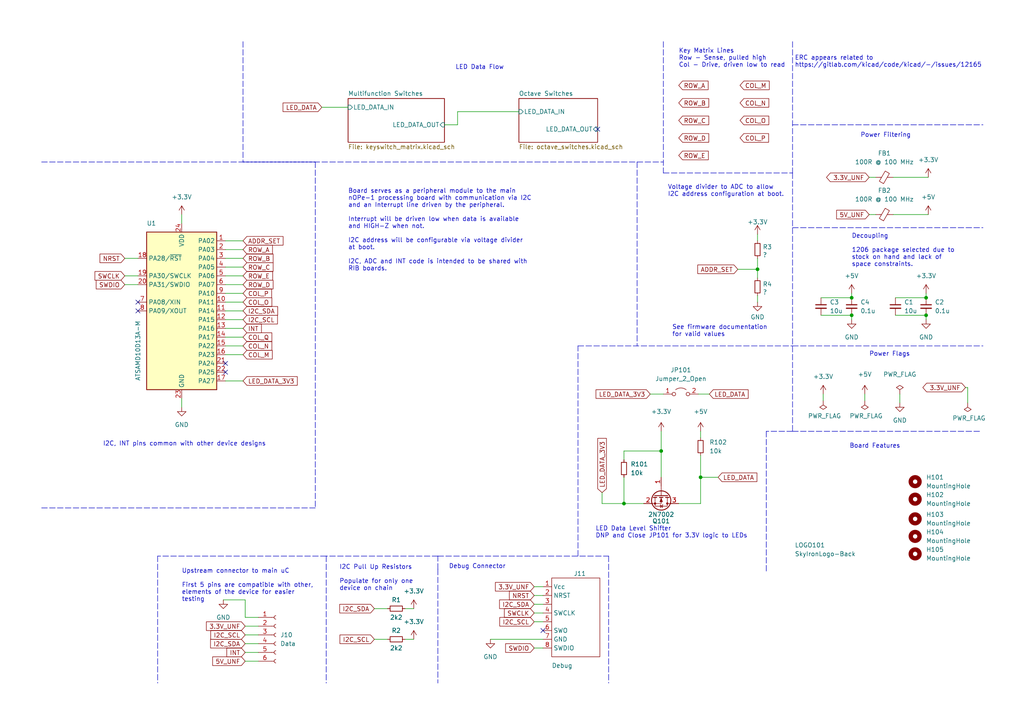
<source format=kicad_sch>
(kicad_sch (version 20211123) (generator eeschema)
  (paper "A4")
  (lib_symbols
    (symbol "BVH_Logos:SkyIronLogo-Back"
      (property "Reference" "#LOGO" (at 0 -2.54 0))
      (property "Value" "SkyIronLogo-Back" (at 0 0 0))
    )
    (symbol "BVH_MCU_Microchip-SAMD:ATSAMD10D13A-M"
      (property "Reference" "U" (at -10.16 24.13 0))
      (property "Value" "ATSAMD10D13A-M" (at 1.27 24.13 0))
      (symbol "ATSAMD10D13A-M_0_1"
        (rectangle (start -10.16 22.86) (end 10.16 -22.86) (stroke (width 0.254)) (fill (type background)))
      )
      (symbol "ATSAMD10D13A-M_1_1"
        (pin bidirectional line (at 12.7 20.32 180) (length 2.54) (name "PA02") (number "1"))
        (pin bidirectional line (at 12.7 2.54 180) (length 2.54) (name "PA11") (number "10"))
        (pin bidirectional line (at 12.7 0 180) (length 2.54) (name "PA14") (number "11"))
        (pin bidirectional line (at 12.7 -2.54 180) (length 2.54) (name "PA15") (number "12"))
        (pin bidirectional line (at 12.7 -5.08 180) (length 2.54) (name "PA16") (number "13"))
        (pin bidirectional line (at 12.7 -7.62 180) (length 2.54) (name "PA17") (number "14"))
        (pin bidirectional line (at 12.7 -10.16 180) (length 2.54) (name "PA22") (number "15"))
        (pin bidirectional line (at 12.7 -12.7 180) (length 2.54) (name "PA23") (number "16"))
        (pin bidirectional line (at 12.7 -20.32 180) (length 2.54) (name "PA27") (number "17"))
        (pin bidirectional line (at -12.7 15.24 0) (length 2.54) (name "PA28/~{RST}") (number "18"))
        (pin bidirectional line (at -12.7 10.16 0) (length 2.54) (name "PA30/SWCLK") (number "19"))
        (pin bidirectional line (at 12.7 17.78 180) (length 2.54) (name "PA03") (number "2"))
        (pin bidirectional line (at -12.7 7.62 0) (length 2.54) (name "PA31/SWDIO") (number "20"))
        (pin bidirectional line (at 12.7 -15.24 180) (length 2.54) (name "PA24") (number "21"))
        (pin bidirectional line (at 12.7 -17.78 180) (length 2.54) (name "PA25") (number "22"))
        (pin power_in line (at 0 -25.4 90) (length 2.54) (name "GND") (number "23"))
        (pin power_in line (at 0 25.4 270) (length 2.54) (name "VDD") (number "24"))
        (pin power_in line (at 0 -25.4 90) (length 2.54) hide (name "GND") (number "25"))
        (pin bidirectional line (at 12.7 15.24 180) (length 2.54) (name "PA04") (number "3"))
        (pin bidirectional line (at 12.7 12.7 180) (length 2.54) (name "PA05") (number "4"))
        (pin bidirectional line (at 12.7 10.16 180) (length 2.54) (name "PA06") (number "5"))
        (pin bidirectional line (at 12.7 7.62 180) (length 2.54) (name "PA07") (number "6"))
        (pin bidirectional line (at -12.7 2.54 0) (length 2.54) (name "PA08/XIN") (number "7"))
        (pin bidirectional line (at -12.7 0 0) (length 2.54) (name "PA09/XOUT") (number "8"))
        (pin bidirectional line (at 12.7 5.08 180) (length 2.54) (name "PA10") (number "9"))
      )
    )
    (symbol "BVH_SOICbite:SOICbite-SWD"
      (property "Reference" "J" (at 0 -15.24 0))
      (property "Value" "SOICbite-SWD" (at 0 11.43 0))
      (symbol "SOICbite-SWD_0_1"
        (rectangle (start -6.35 10.16) (end 7.62 -12.7))
      )
      (symbol "SOICbite-SWD_1_1"
        (pin power_in line (at -8.89 7.62 0) (length 2.54) (name "Vcc") (number "1"))
        (pin output line (at -8.89 5.08 0) (length 2.54) (name "NRST") (number "2"))
        (pin output line (at -8.89 2.54 0) (length 2.54) (name "") (number "3"))
        (pin output line (at -8.89 0 0) (length 2.54) (name "SWCLK") (number "4"))
        (pin output line (at -8.89 -2.54 0) (length 2.54) (name "") (number "5"))
        (pin input line (at -8.89 -5.08 0) (length 2.54) (name "SWO") (number "6"))
        (pin power_in line (at -8.89 -7.62 0) (length 2.54) (name "GND") (number "7"))
        (pin bidirectional line (at -8.89 -10.16 0) (length 2.54) (name "SWDIO") (number "8"))
      )
    )
    (symbol "Connector:Conn_01x06_Female" (pin_names (offset 1.016) hide)
      (property "Reference" "J" (at 0 7.62 0))
      (property "Value" "Conn_01x06_Female" (at 0 -10.16 0))
      (symbol "Conn_01x06_Female_1_1"
        (arc (start 0 -7.112) (mid -0.508 -7.62) (end 0 -8.128) (stroke (width 0.1524)))
        (arc (start 0 -4.572) (mid -0.508 -5.08) (end 0 -5.588) (stroke (width 0.1524)))
        (arc (start 0 -2.032) (mid -0.508 -2.54) (end 0 -3.048) (stroke (width 0.1524)))
        (polyline (pts (xy -1.27 -7.62) (xy -0.508 -7.62)) (stroke (width 0.1524)))
        (polyline (pts (xy -1.27 -5.08) (xy -0.508 -5.08)) (stroke (width 0.1524)))
        (polyline (pts (xy -1.27 -2.54) (xy -0.508 -2.54)) (stroke (width 0.1524)))
        (polyline (pts (xy -1.27 0) (xy -0.508 0)) (stroke (width 0.1524)))
        (polyline (pts (xy -1.27 2.54) (xy -0.508 2.54)) (stroke (width 0.1524)))
        (polyline (pts (xy -1.27 5.08) (xy -0.508 5.08)) (stroke (width 0.1524)))
        (arc (start 0 0.508) (mid -0.508 0) (end 0 -0.508) (stroke (width 0.1524)))
        (arc (start 0 3.048) (mid -0.508 2.54) (end 0 2.032) (stroke (width 0.1524)))
        (arc (start 0 5.588) (mid -0.508 5.08) (end 0 4.572) (stroke (width 0.1524)))
        (pin passive line (at -5.08 5.08 0) (length 3.81) (name "Pin_1") (number "1"))
        (pin passive line (at -5.08 2.54 0) (length 3.81) (name "Pin_2") (number "2"))
        (pin passive line (at -5.08 0 0) (length 3.81) (name "Pin_3") (number "3"))
        (pin passive line (at -5.08 -2.54 0) (length 3.81) (name "Pin_4") (number "4"))
        (pin passive line (at -5.08 -5.08 0) (length 3.81) (name "Pin_5") (number "5"))
        (pin passive line (at -5.08 -7.62 0) (length 3.81) (name "Pin_6") (number "6"))
      )
    )
    (symbol "Device:C_Small" (pin_numbers hide) (pin_names (offset 0.254) hide)
      (property "Reference" "C" (at 0.254 1.778 0))
      (property "Value" "C_Small" (at 0.254 -2.032 0))
      (symbol "C_Small_0_1"
        (polyline (pts (xy -1.524 -0.508) (xy 1.524 -0.508)) (stroke (width 0.3302)))
        (polyline (pts (xy -1.524 0.508) (xy 1.524 0.508)) (stroke (width 0.3048)))
      )
      (symbol "C_Small_1_1"
        (pin passive line (at 0 2.54 270) (length 2.032) (name "~") (number "1"))
        (pin passive line (at 0 -2.54 90) (length 2.032) (name "~") (number "2"))
      )
    )
    (symbol "Device:FerriteBead_Small" (pin_numbers hide) (pin_names (offset 0))
      (property "Reference" "FB" (at 1.905 1.27 0))
      (property "Value" "FerriteBead_Small" (at 1.905 -1.27 0))
      (symbol "FerriteBead_Small_0_1"
        (polyline (pts (xy 0 -1.27) (xy 0 -0.7874)))
        (polyline (pts (xy 0 0.889) (xy 0 1.2954)))
        (polyline (pts (xy -1.8288 0.2794) (xy -1.1176 1.4986) (xy 1.8288 -0.2032) (xy 1.1176 -1.4224) (xy -1.8288 0.2794)))
      )
      (symbol "FerriteBead_Small_1_1"
        (pin passive line (at 0 2.54 270) (length 1.27) (name "~") (number "1"))
        (pin passive line (at 0 -2.54 90) (length 1.27) (name "~") (number "2"))
      )
    )
    (symbol "Device:R_Small" (pin_numbers hide) (pin_names (offset 0.254) hide)
      (property "Reference" "R" (at 0.762 0.508 0))
      (property "Value" "R_Small" (at 0.762 -1.016 0))
      (symbol "R_Small_0_1"
        (rectangle (start -0.762 1.778) (end 0.762 -1.778) (stroke (width 0.2032)))
      )
      (symbol "R_Small_1_1"
        (pin passive line (at 0 2.54 270) (length 0.762) (name "~") (number "1"))
        (pin passive line (at 0 -2.54 90) (length 0.762) (name "~") (number "2"))
      )
    )
    (symbol "Jumper:Jumper_2_Open" (pin_names (offset 0) hide)
      (property "Reference" "JP" (at 0 2.794 0))
      (property "Value" "Jumper_2_Open" (at 0 -2.286 0))
      (symbol "Jumper_2_Open_0_0"
        (circle (center -2.032 0) (radius 0.508))
        (circle (center 2.032 0) (radius 0.508))
      )
      (symbol "Jumper_2_Open_0_1"
        (arc (start 1.524 1.27) (mid 0 1.778) (end -1.524 1.27))
      )
      (symbol "Jumper_2_Open_1_1"
        (pin passive line (at -5.08 0 0) (length 2.54) (name "A") (number "1"))
        (pin passive line (at 5.08 0 180) (length 2.54) (name "B") (number "2"))
      )
    )
    (symbol "Mechanical:MountingHole" (pin_names (offset 1.016))
      (property "Reference" "H" (at 0 5.08 0))
      (property "Value" "MountingHole" (at 0 3.175 0))
      (symbol "MountingHole_0_1"
        (circle (center 0 0) (radius 1.27) (stroke (width 1.27)))
      )
    )
    (symbol "Transistor_FET:2N7002" (pin_names hide)
      (property "Reference" "Q" (at 5.08 1.905 0))
      (property "Value" "2N7002" (at 5.08 0 0))
      (symbol "2N7002_0_1"
        (polyline (pts (xy 0.254 0) (xy -2.54 0)))
        (polyline (pts (xy 0.254 1.905) (xy 0.254 -1.905)) (stroke (width 0.254)))
        (polyline (pts (xy 0.762 -1.27) (xy 0.762 -2.286)) (stroke (width 0.254)))
        (polyline (pts (xy 0.762 0.508) (xy 0.762 -0.508)) (stroke (width 0.254)))
        (polyline (pts (xy 0.762 2.286) (xy 0.762 1.27)) (stroke (width 0.254)))
        (polyline (pts (xy 2.54 2.54) (xy 2.54 1.778)))
        (polyline (pts (xy 2.54 -2.54) (xy 2.54 0) (xy 0.762 0)))
        (polyline (pts (xy 0.762 -1.778) (xy 3.302 -1.778) (xy 3.302 1.778) (xy 0.762 1.778)))
        (polyline (pts (xy 1.016 0) (xy 2.032 0.381) (xy 2.032 -0.381) (xy 1.016 0)) (fill (type outline)))
        (polyline (pts (xy 2.794 0.508) (xy 2.921 0.381) (xy 3.683 0.381) (xy 3.81 0.254)))
        (polyline (pts (xy 3.302 0.381) (xy 2.921 -0.254) (xy 3.683 -0.254) (xy 3.302 0.381)))
        (circle (center 1.651 0) (radius 2.794) (stroke (width 0.254)))
        (circle (center 2.54 -1.778) (radius 0.254) (fill (type outline)))
        (circle (center 2.54 1.778) (radius 0.254) (fill (type outline)))
      )
      (symbol "2N7002_1_1"
        (pin input line (at -5.08 0 0) (length 2.54) (name "G") (number "1"))
        (pin passive line (at 2.54 -5.08 90) (length 2.54) (name "S") (number "2"))
        (pin passive line (at 2.54 5.08 270) (length 2.54) (name "D") (number "3"))
      )
    )
    (symbol "power:+3.3V" (power) (pin_names (offset 0))
      (property "Value" "+3.3V" (at 0 3.556 0))
      (symbol "+3.3V_0_1"
        (polyline (pts (xy -0.762 1.27) (xy 0 2.54)))
        (polyline (pts (xy 0 0) (xy 0 2.54)))
        (polyline (pts (xy 0 2.54) (xy 0.762 1.27)))
      )
      (symbol "+3.3V_1_1"
        (pin power_in line (at 0 0 90) (length 0) hide (name "+3.3V") (number "1"))
      )
    )
    (symbol "power:+5V" (power) (pin_names (offset 0))
      (property "Value" "+5V" (at 0 3.556 0))
      (symbol "+5V_0_1"
        (polyline (pts (xy -0.762 1.27) (xy 0 2.54)))
        (polyline (pts (xy 0 0) (xy 0 2.54)))
        (polyline (pts (xy 0 2.54) (xy 0.762 1.27)))
      )
      (symbol "+5V_1_1"
        (pin power_in line (at 0 0 90) (length 0) hide (name "+5V") (number "1"))
      )
    )
    (symbol "power:GND" (power) (pin_names (offset 0))
      (property "Value" "GND" (at 0 -3.81 0))
      (symbol "GND_0_1"
        (polyline (pts (xy 0 0) (xy 0 -1.27) (xy 1.27 -1.27) (xy 0 -2.54) (xy -1.27 -1.27) (xy 0 -1.27)))
      )
      (symbol "GND_1_1"
        (pin power_in line (at 0 0 270) (length 0) hide (name "GND") (number "1"))
      )
    )
    (symbol "power:PWR_FLAG" (power) (pin_numbers hide) (pin_names (offset 0) hide)
      (property "Value" "PWR_FLAG" (at 0 3.81 0))
      (symbol "PWR_FLAG_0_0"
        (pin power_out line (at 0 0 90) (length 0) (name "pwr") (number "1"))
      )
      (symbol "PWR_FLAG_0_1"
        (polyline (pts (xy 0 0) (xy 0 1.27) (xy -1.016 1.905) (xy 0 2.54) (xy 1.016 1.905) (xy 0 1.27)))
      )
    )
  )
  (junction (at 268.605 91.44))
  (junction (at 191.77 130.81))
  (junction (at 247.015 91.44))
  (junction (at 268.605 86.36))
  (junction (at 219.71 78.105))
  (junction (at 247.015 86.36))
  (junction (at 203.2 138.43))
  (junction (at 180.975 146.05))
  (no_connect (at 65.405 107.95))
  (no_connect (at 65.405 105.41))
  (no_connect (at 40.005 90.17))
  (no_connect (at 173.355 37.465))
  (no_connect (at 157.48 182.88))
  (no_connect (at 40.005 87.63))
  (wire (pts (xy 154.94 187.96) (xy 157.48 187.96)))
  (polyline (pts (xy 45.72 161.29) (xy 45.72 198.12)))
  (wire (pts (xy 203.2 125.095) (xy 203.2 127)))
  (wire (pts (xy 36.195 74.93) (xy 40.005 74.93)))
  (wire (pts (xy 252.095 51.435) (xy 254 51.435)))
  (wire (pts (xy 108.585 176.53) (xy 112.395 176.53)))
  (polyline (pts (xy 91.44 46.99) (xy 91.44 147.32)))
  (wire (pts (xy 65.405 74.93) (xy 70.485 74.93)))
  (polyline (pts (xy 176.53 161.29) (xy 176.53 198.12)))
  (wire (pts (xy 71.12 189.23) (xy 74.93 189.23)))
  (wire (pts (xy 219.71 78.105) (xy 219.71 80.645)))
  (wire (pts (xy 36.195 82.55) (xy 40.005 82.55)))
  (polyline (pts (xy 94.615 161.29) (xy 94.615 198.12)))
  (wire (pts (xy 52.705 115.57) (xy 52.705 118.11)))
  (wire (pts (xy 154.94 175.26) (xy 157.48 175.26)))
  (wire (pts (xy 219.71 78.105) (xy 219.71 74.93)))
  (wire (pts (xy 250.825 114.3) (xy 250.825 116.205)))
  (polyline (pts (xy 229.87 125.095) (xy 222.25 125.095)))
  (wire (pts (xy 65.405 80.01) (xy 70.485 80.01)))
  (wire (pts (xy 65.405 110.49) (xy 70.485 110.49)))
  (wire (pts (xy 259.715 91.44) (xy 268.605 91.44)))
  (wire (pts (xy 238.125 86.36) (xy 247.015 86.36)))
  (wire (pts (xy 260.985 114.3) (xy 260.985 116.84)))
  (wire (pts (xy 36.195 80.01) (xy 40.005 80.01)))
  (wire (pts (xy 259.08 51.435) (xy 269.24 51.435)))
  (polyline (pts (xy 70.485 12.065) (xy 70.485 46.99)))
  (wire (pts (xy 117.475 185.42) (xy 120.015 185.42)))
  (wire (pts (xy 65.405 85.09) (xy 70.485 85.09)))
  (wire (pts (xy 202.565 114.3) (xy 205.74 114.3)))
  (wire (pts (xy 65.405 102.87) (xy 70.485 102.87)))
  (polyline (pts (xy 184.785 46.99) (xy 184.785 100.33)))
  (wire (pts (xy 65.405 69.85) (xy 70.485 69.85)))
  (wire (pts (xy 154.94 170.18) (xy 157.48 170.18)))
  (wire (pts (xy 174.625 146.05) (xy 174.625 142.875)))
  (wire (pts (xy 196.85 146.05) (xy 203.2 146.05)))
  (wire (pts (xy 259.08 62.23) (xy 269.24 62.23)))
  (polyline (pts (xy 167.64 161.29) (xy 167.64 100.33)))
  (wire (pts (xy 219.71 67.945) (xy 219.71 69.85)))
  (wire (pts (xy 213.995 78.105) (xy 219.71 78.105)))
  (wire (pts (xy 252.095 62.23) (xy 254 62.23)))
  (wire (pts (xy 203.2 146.05) (xy 203.2 138.43)))
  (wire (pts (xy 117.475 176.53) (xy 120.015 176.53)))
  (wire (pts (xy 71.12 173.99) (xy 71.12 179.07)))
  (wire (pts (xy 65.405 77.47) (xy 70.485 77.47)))
  (polyline (pts (xy 229.87 100.33) (xy 285.115 100.33)))
  (polyline (pts (xy 12.065 46.99) (xy 91.44 46.99)))
  (wire (pts (xy 180.975 133.35) (xy 180.975 130.81)))
  (wire (pts (xy 191.77 130.81) (xy 191.77 138.43)))
  (polyline (pts (xy 127 161.29) (xy 94.615 161.29)))
  (wire (pts (xy 65.405 72.39) (xy 70.485 72.39)))
  (polyline (pts (xy 192.405 50.165) (xy 229.87 50.165)))
  (polyline (pts (xy 12.065 147.32) (xy 91.44 147.32)))
  (wire (pts (xy 154.94 180.34) (xy 157.48 180.34)))
  (wire (pts (xy 65.405 87.63) (xy 70.485 87.63)))
  (polyline (pts (xy 167.64 100.33) (xy 229.87 100.33)))
  (wire (pts (xy 52.705 62.23) (xy 52.705 64.77)))
  (wire (pts (xy 128.905 36.195) (xy 132.715 36.195)))
  (wire (pts (xy 64.77 173.99) (xy 71.12 173.99)))
  (wire (pts (xy 65.405 90.17) (xy 70.485 90.17)))
  (wire (pts (xy 259.715 86.36) (xy 268.605 86.36)))
  (wire (pts (xy 65.405 92.71) (xy 70.485 92.71)))
  (wire (pts (xy 132.715 32.385) (xy 150.495 32.385)))
  (wire (pts (xy 247.015 85.09) (xy 247.015 86.36)))
  (polyline (pts (xy 229.87 12.065) (xy 229.87 50.165)))
  (wire (pts (xy 247.015 91.44) (xy 247.015 92.71)))
  (polyline (pts (xy 222.25 125.095) (xy 222.25 165.735)))
  (polyline (pts (xy 229.87 66.04) (xy 285.115 66.04)))
  (wire (pts (xy 238.76 114.3) (xy 238.76 116.205)))
  (wire (pts (xy 65.405 82.55) (xy 70.485 82.55)))
  (wire (pts (xy 219.71 85.725) (xy 219.71 87.63)))
  (wire (pts (xy 180.975 130.81) (xy 191.77 130.81)))
  (wire (pts (xy 142.24 185.42) (xy 157.48 185.42)))
  (polyline (pts (xy 229.87 36.195) (xy 285.115 36.195)))
  (wire (pts (xy 180.975 138.43) (xy 180.975 146.05)))
  (wire (pts (xy 268.605 91.44) (xy 268.605 92.71)))
  (wire (pts (xy 191.77 130.81) (xy 191.77 125.095)))
  (wire (pts (xy 180.975 146.05) (xy 174.625 146.05)))
  (polyline (pts (xy 229.87 125.095) (xy 284.48 125.095)))
  (polyline (pts (xy 94.615 161.29) (xy 45.72 161.29)))
  (polyline (pts (xy 127 161.29) (xy 176.53 161.29)))
  (polyline (pts (xy 70.485 46.99) (xy 192.405 46.99)))
  (wire (pts (xy 71.12 191.77) (xy 74.93 191.77)))
  (wire (pts (xy 280.67 116.84) (xy 280.67 112.395)))
  (wire (pts (xy 65.405 97.79) (xy 70.485 97.79)))
  (wire (pts (xy 268.605 85.09) (xy 268.605 86.36)))
  (polyline (pts (xy 192.405 12.065) (xy 192.405 50.165)))
  (wire (pts (xy 132.715 36.195) (xy 132.715 32.385)))
  (wire (pts (xy 71.12 179.07) (xy 74.93 179.07)))
  (wire (pts (xy 71.12 186.69) (xy 74.93 186.69)))
  (wire (pts (xy 280.67 112.395) (xy 280.035 112.395)))
  (wire (pts (xy 203.2 138.43) (xy 208.28 138.43)))
  (wire (pts (xy 71.12 181.61) (xy 74.93 181.61)))
  (wire (pts (xy 65.405 95.25) (xy 70.485 95.25)))
  (wire (pts (xy 203.2 138.43) (xy 203.2 132.08)))
  (wire (pts (xy 238.125 91.44) (xy 247.015 91.44)))
  (wire (pts (xy 154.94 177.8) (xy 157.48 177.8)))
  (wire (pts (xy 93.345 31.115) (xy 100.965 31.115)))
  (polyline (pts (xy 127 165.1) (xy 127 161.29)))
  (polyline (pts (xy 127 165.1) (xy 127 198.12)))
  (wire (pts (xy 65.405 100.33) (xy 70.485 100.33)))
  (wire (pts (xy 154.94 172.72) (xy 157.48 172.72)))
  (wire (pts (xy 71.12 184.15) (xy 74.93 184.15)))
  (polyline (pts (xy 229.87 50.165) (xy 229.87 125.095)))
  (wire (pts (xy 180.975 146.05) (xy 186.69 146.05)))
  (wire (pts (xy 188.595 114.3) (xy 192.405 114.3)))
  (wire (pts (xy 108.585 185.42) (xy 112.395 185.42)))
  (text "I2C, INT pins common with other device designs" (at 29.845 129.54 0) (effects (font (size 1.27 1.27)) (justify left bottom)))
  (text "LED Data Flow" (at 132.08 20.32 0) (effects (font (size 1.27 1.27)) (justify left bottom)))
  (text "Upstream connector to main uC\n\nFirst 5 pins are compatible with other,\nelements of the device for easier\ntesting" (at 52.705 174.625 0) (effects (font (size 1.27 1.27)) (justify left bottom)))
  (text "Power Flags" (at 252.095 103.505 0) (effects (font (size 1.27 1.27)) (justify left bottom)))
  (text "Voltage divider to ADC to allow\nI2C address configuration at boot." (at 193.675 57.15 0) (effects (font (size 1.27 1.27)) (justify left bottom)))
  (text "LED Data Level Shifter\nDNP and Close JP101 for 3.3V logic to LEDs" (at 172.72 156.21 0) (effects (font (size 1.27 1.27)) (justify left bottom)))
  (text "I2C Pull Up Resistors\n\nPopulate for only one \ndevice on chain" (at 98.425 171.45 0) (effects (font (size 1.27 1.27)) (justify left bottom)))
  (text "Board Features" (at 246.38 130.175 0) (effects (font (size 1.27 1.27)) (justify left bottom)))
  (text "Key Matrix Lines\nRow - Sense, pulled high\nCol - Drive, driven low to read" (at 196.85 19.685 0) (effects (font (size 1.27 1.27)) (justify left bottom)))
  (text "See firmware documentation \nfor valid values" (at 194.945 97.79 0) (effects (font (size 1.27 1.27)) (justify left bottom)))
  (text "Debug Connector" (at 130.175 165.1 0) (effects (font (size 1.27 1.27)) (justify left bottom)))
  (text "Board serves as a peripheral module to the main\nnOPe-1 processing board with communication via I2C\nand an Interrupt line driven by the peripheral.\n\nInterrupt will be driven low when data is available\nand HIGH-Z when not.\n\nI2C address will be configurable via voltage divider\nat boot.\n\nI2C, ADC and INT code is intended to be shared with\nRIB boards." (at 100.965 78.74 0) (effects (font (size 1.27 1.27)) (justify left bottom)))
  (text "ERC appears related to \nhttps://gitlab.com/kicad/code/kicad/-/issues/12165" (at 230.505 19.685 0) (effects (font (size 1.27 1.27)) (justify left bottom)))
  (text "Decoupling\n\n1206 package selected due to\nstock on hand and lack of\nspace constraints." (at 247.015 77.47 0) (effects (font (size 1.27 1.27)) (justify left bottom)))
  (text "Power Filtering" (at 249.555 40.005 0) (effects (font (size 1.27 1.27)) (justify left bottom)))
  (global_label "ROW_A" (shape input) (at 196.85 24.765 0) (property "Intersheet References" "${INTERSHEET_REFS}" (effects hide)))
  (global_label "ADDR_SET" (shape input) (at 70.485 69.85 0) (property "Intersheet References" "${INTERSHEET_REFS}" (effects hide)))
  (global_label "5V_UNF" (shape input) (at 252.095 62.23 180) (property "Intersheet References" "${INTERSHEET_REFS}" (effects hide)))
  (global_label "COL_M" (shape input) (at 214.63 24.765 0) (property "Intersheet References" "${INTERSHEET_REFS}" (effects hide)))
  (global_label "NRST" (shape input) (at 154.94 172.72 180) (property "Intersheet References" "${INTERSHEET_REFS}" (effects hide)))
  (global_label "LED_DATA" (shape input) (at 205.74 114.3 0) (property "Intersheet References" "${INTERSHEET_REFS}" (effects hide)))
  (global_label "LED_DATA_3V3" (shape input) (at 174.625 142.875 90) (property "Intersheet References" "${INTERSHEET_REFS}" (effects hide)))
  (global_label "3.3V_UNF" (shape input) (at 71.12 181.61 180) (property "Intersheet References" "${INTERSHEET_REFS}" (effects hide)))
  (global_label "COL_M" (shape input) (at 70.485 102.87 0) (property "Intersheet References" "${INTERSHEET_REFS}" (effects hide)))
  (global_label "COL_O" (shape input) (at 214.63 34.925 0) (property "Intersheet References" "${INTERSHEET_REFS}" (effects hide)))
  (global_label "SWDIO" (shape input) (at 154.94 187.96 180) (property "Intersheet References" "${INTERSHEET_REFS}" (effects hide)))
  (global_label "ROW_E" (shape input) (at 196.85 45.085 0) (property "Intersheet References" "${INTERSHEET_REFS}" (effects hide)))
  (global_label "I2C_SCL" (shape input) (at 108.585 185.42 180) (property "Intersheet References" "${INTERSHEET_REFS}" (effects hide)))
  (global_label "ROW_C" (shape input) (at 196.85 34.925 0) (property "Intersheet References" "${INTERSHEET_REFS}" (effects hide)))
  (global_label "3.3V_UNF" (shape input) (at 154.94 170.18 180) (property "Intersheet References" "${INTERSHEET_REFS}" (effects hide)))
  (global_label "ROW_D" (shape input) (at 196.85 40.005 0) (property "Intersheet References" "${INTERSHEET_REFS}" (effects hide)))
  (global_label "COL_P" (shape input) (at 214.63 40.005 0) (property "Intersheet References" "${INTERSHEET_REFS}" (effects hide)))
  (global_label "ROW_B" (shape input) (at 70.485 74.93 0) (property "Intersheet References" "${INTERSHEET_REFS}" (effects hide)))
  (global_label "COL_N" (shape input) (at 214.63 29.845 0) (property "Intersheet References" "${INTERSHEET_REFS}" (effects hide)))
  (global_label "I2C_SDA" (shape input) (at 154.94 175.26 180) (property "Intersheet References" "${INTERSHEET_REFS}" (effects hide)))
  (global_label "I2C_SCL" (shape input) (at 71.12 184.15 180) (property "Intersheet References" "${INTERSHEET_REFS}" (effects hide)))
  (global_label "COL_Q" (shape input) (at 70.485 97.79 0) (property "Intersheet References" "${INTERSHEET_REFS}" (effects hide)))
  (global_label "LED_DATA_3V3" (shape input) (at 188.595 114.3 180) (property "Intersheet References" "${INTERSHEET_REFS}" (effects hide)))
  (global_label "ROW_B" (shape input) (at 196.85 29.845 0) (property "Intersheet References" "${INTERSHEET_REFS}" (effects hide)))
  (global_label "I2C_SCL" (shape input) (at 154.94 180.34 180) (property "Intersheet References" "${INTERSHEET_REFS}" (effects hide)))
  (global_label "LED_DATA" (shape input) (at 208.28 138.43 0) (property "Intersheet References" "${INTERSHEET_REFS}" (effects hide)))
  (global_label "LED_DATA" (shape input) (at 93.345 31.115 180) (property "Intersheet References" "${INTERSHEET_REFS}" (effects hide)))
  (global_label "SWCLK" (shape input) (at 154.94 177.8 180) (property "Intersheet References" "${INTERSHEET_REFS}" (effects hide)))
  (global_label "3.3V_UNF" (shape bidirectional) (at 252.095 51.435 180) (property "Intersheet References" "${INTERSHEET_REFS}" (effects hide)))
  (global_label "SWDIO" (shape input) (at 36.195 82.55 180) (property "Intersheet References" "${INTERSHEET_REFS}" (effects hide)))
  (global_label "ADDR_SET" (shape input) (at 213.995 78.105 180) (property "Intersheet References" "${INTERSHEET_REFS}" (effects hide)))
  (global_label "I2C_SDA" (shape input) (at 108.585 176.53 180) (property "Intersheet References" "${INTERSHEET_REFS}" (effects hide)))
  (global_label "LED_DATA_3V3" (shape input) (at 70.485 110.49 0) (property "Intersheet References" "${INTERSHEET_REFS}" (effects hide)))
  (global_label "COL_P" (shape input) (at 70.485 85.09 0) (property "Intersheet References" "${INTERSHEET_REFS}" (effects hide)))
  (global_label "INT" (shape input) (at 71.12 189.23 180) (property "Intersheet References" "${INTERSHEET_REFS}" (effects hide)))
  (global_label "5V_UNF" (shape input) (at 71.12 191.77 180) (property "Intersheet References" "${INTERSHEET_REFS}" (effects hide)))
  (global_label "3.3V_UNF" (shape bidirectional) (at 280.035 112.395 180) (property "Intersheet References" "${INTERSHEET_REFS}" (effects hide)))
  (global_label "NRST" (shape input) (at 36.195 74.93 180) (property "Intersheet References" "${INTERSHEET_REFS}" (effects hide)))
  (global_label "ROW_C" (shape input) (at 70.485 77.47 0) (property "Intersheet References" "${INTERSHEET_REFS}" (effects hide)))
  (global_label "I2C_SDA" (shape input) (at 70.485 90.17 0) (property "Intersheet References" "${INTERSHEET_REFS}" (effects hide)))
  (global_label "ROW_D" (shape input) (at 70.485 82.55 0) (property "Intersheet References" "${INTERSHEET_REFS}" (effects hide)))
  (global_label "COL_N" (shape input) (at 70.485 100.33 0) (property "Intersheet References" "${INTERSHEET_REFS}" (effects hide)))
  (global_label "I2C_SDA" (shape input) (at 71.12 186.69 180) (property "Intersheet References" "${INTERSHEET_REFS}" (effects hide)))
  (global_label "INT" (shape input) (at 70.485 95.25 0) (property "Intersheet References" "${INTERSHEET_REFS}" (effects hide)))
  (global_label "COL_O" (shape input) (at 70.485 87.63 0) (property "Intersheet References" "${INTERSHEET_REFS}" (effects hide)))
  (global_label "ROW_E" (shape input) (at 70.485 80.01 0) (property "Intersheet References" "${INTERSHEET_REFS}" (effects hide)))
  (global_label "I2C_SCL" (shape input) (at 70.485 92.71 0) (property "Intersheet References" "${INTERSHEET_REFS}" (effects hide)))
  (global_label "ROW_A" (shape input) (at 70.485 72.39 0) (property "Intersheet References" "${INTERSHEET_REFS}" (effects hide)))
  (global_label "SWCLK" (shape input) (at 36.195 80.01 180) (property "Intersheet References" "${INTERSHEET_REFS}" (effects hide)))
  (symbol (lib_id "Device:R_Small") (at 219.71 83.185 0) (unit 1)
    (property "Reference" "R4" (at 221.2087 82.4241 0) (effects (justify left)))
    (property "Value" "?" (at 221.2087 84.7228 0) (effects (justify left)))
    (property "Footprint" "Resistor_SMD:R_0603_1608Metric" (effects hide))
  )
  (symbol (lib_id "power:+3.3V") (at 238.76 114.3 0) (mirror y) (unit 1)
    (property "Reference" "#PWR0108" (effects hide))
    (property "Value" "+3.3V" (at 238.76 109.22 0))
  )
  (symbol (lib_id "power:+3.3V") (at 268.605 85.09 0) (mirror y) (unit 1)
    (property "Reference" "#PWR012" (effects hide))
    (property "Value" "+3.3V" (at 268.605 80.01 0))
  )
  (symbol (lib_id "BVH_SOICbite:SOICbite-SWD") (at 166.37 177.8 0) (unit 1)
    (property "Reference" "J11" (at 166.37 166.37 0) (effects (justify left)))
    (property "Value" "Debug" (at 160.02 193.04 0) (effects (justify left)))
    (property "Footprint" "BVH_SOICbite:SOICbite_renumbered" (effects hide))
  )
  (symbol (lib_id "power:GND") (at 64.77 173.99 0) (unit 1)
    (property "Reference" "#PWR0124" (effects hide))
    (property "Value" "GND" (at 64.77 179.07 0))
  )
  (symbol (lib_id "power:+3.3V") (at 191.77 125.095 0) (unit 1)
    (property "Reference" "#PWR0107" (effects hide))
    (property "Value" "+3.3V" (at 191.77 119.38 0))
  )
  (symbol (lib_id "Device:FerriteBead_Small") (at 256.54 51.435 90) (unit 1)
    (property "Reference" "FB1" (at 256.5019 44.45 90))
    (property "Value" "100R @ 100 MHz" (at 256.5019 46.99 90))
    (property "Footprint" "Resistor_SMD:R_0805_2012Metric_Pad1.20x1.40mm_HandSolder" (effects hide))
  )
  (symbol (lib_id "Device:C_Small") (at 247.015 88.9 0) (unit 1)
    (property "Reference" "C4" (at 249.555 87.6362 0) (effects (justify left)))
    (property "Value" "0.1u" (at 249.555 90.1762 0) (effects (justify left)))
    (property "Footprint" "Capacitor_SMD:C_1206_3216Metric_Pad1.33x1.80mm_HandSolder" (effects hide))
  )
  (symbol (lib_id "power:+5V") (at 203.2 125.095 0) (unit 1)
    (property "Reference" "#PWR0105" (effects hide))
    (property "Value" "+5V" (at 203.2 119.38 0))
  )
  (symbol (lib_id "power:+5V") (at 269.24 62.23 0) (unit 1)
    (property "Reference" "#PWR0125" (effects hide))
    (property "Value" "+5V" (at 269.24 57.15 0))
  )
  (symbol (lib_id "BVH_Logos:SkyIronLogo-Back") (at 229.87 159.385 0) (unit 1)
    (property "Reference" "LOGO101" (at 230.505 158.1149 0) (effects (justify left)))
    (property "Value" "SkyIronLogo-Back" (at 230.505 160.6549 0) (effects (justify left)))
    (property "Footprint" "BVH_Logos:SkyIron_logo_Back" (effects hide))
  )
  (symbol (lib_id "Device:C_Small") (at 268.605 88.9 0) (unit 1)
    (property "Reference" "C2" (at 271.145 87.6362 0) (effects (justify left)))
    (property "Value" "0.1u" (at 271.145 90.1762 0) (effects (justify left)))
    (property "Footprint" "Capacitor_SMD:C_1206_3216Metric_Pad1.33x1.80mm_HandSolder" (effects hide))
  )
  (symbol (lib_id "power:+3.3V") (at 52.705 62.23 0) (mirror y) (unit 1)
    (property "Reference" "#PWR0101" (effects hide))
    (property "Value" "+3.3V" (at 52.705 57.15 0))
  )
  (symbol (lib_id "power:GND") (at 268.605 92.71 0) (unit 1)
    (property "Reference" "#PWR013" (effects hide))
    (property "Value" "GND" (at 268.605 97.79 0))
  )
  (symbol (lib_id "power:PWR_FLAG") (at 250.825 116.205 180) (unit 1)
    (property "Reference" "#FLG0102" (effects hide))
    (property "Value" "PWR_FLAG" (at 246.38 120.65 0) (effects (justify right)))
  )
  (symbol (lib_id "Mechanical:MountingHole") (at 265.43 150.495 0) (unit 1)
    (property "Reference" "H103" (at 268.605 149.2249 0) (effects (justify left)))
    (property "Value" "MountingHole" (at 268.605 151.7649 0) (effects (justify left)))
    (property "Footprint" "MountingHole:MountingHole_3.2mm_M3_DIN965" (effects hide))
  )
  (symbol (lib_id "power:PWR_FLAG") (at 238.76 116.205 180) (unit 1)
    (property "Reference" "#FLG0101" (effects hide))
    (property "Value" "PWR_FLAG" (at 234.315 120.65 0) (effects (justify right)))
  )
  (symbol (lib_id "power:PWR_FLAG") (at 260.985 114.3 0) (unit 1)
    (property "Reference" "#FLG0103" (effects hide))
    (property "Value" "PWR_FLAG" (at 260.985 108.585 0))
  )
  (symbol (lib_id "Mechanical:MountingHole") (at 265.43 139.7 0) (unit 1)
    (property "Reference" "H101" (at 268.605 138.4299 0) (effects (justify left)))
    (property "Value" "MountingHole" (at 268.605 140.9699 0) (effects (justify left)))
    (property "Footprint" "MountingHole:MountingHole_3.2mm_M3_DIN965" (effects hide))
  )
  (symbol (lib_id "power:GND") (at 142.24 185.42 0) (unit 1)
    (property "Reference" "#PWR0106" (effects hide))
    (property "Value" "GND" (at 142.24 190.5 0))
  )
  (symbol (lib_id "power:GND") (at 247.015 92.71 0) (unit 1)
    (property "Reference" "#PWR01" (effects hide))
    (property "Value" "GND" (at 247.015 97.79 0))
  )
  (symbol (lib_id "Jumper:Jumper_2_Open") (at 197.485 114.3 0) (unit 1)
    (property "Reference" "JP101" (at 197.485 107.315 0))
    (property "Value" "Jumper_2_Open" (at 197.485 109.855 0))
    (property "Footprint" "Jumper:SolderJumper-2_P1.3mm_Open_Pad1.0x1.5mm" (effects hide))
  )
  (symbol (lib_id "power:+3.3V") (at 120.015 185.42 0) (unit 1)
    (property "Reference" "#PWR0104" (effects hide))
    (property "Value" "+3.3V" (at 120.015 180.34 0))
  )
  (symbol (lib_id "BVH_MCU_Microchip-SAMD:ATSAMD10D13A-M") (at 52.705 90.17 0) (unit 1)
    (property "Reference" "U1" (at 42.545 64.77 0) (effects (justify left)))
    (property "Value" "ATSAMD10D13A-M" (at 40.005 110.49 90) (effects (justify left)))
    (property "Footprint" "Package_DFN_QFN:QFN-24-1EP_4x4mm_P0.5mm_EP2.6x2.6mm" (effects hide))
    (property "Datasheet" "http://ww1.microchip.com/downloads/en/DeviceDoc/Atmel-42242-SAM-D10_Datasheet.pdf" (effects hide))
  )
  (symbol (lib_id "power:+5V") (at 250.825 114.3 0) (unit 1)
    (property "Reference" "#PWR0109" (effects hide))
    (property "Value" "+5V" (at 250.825 108.585 0))
  )
  (symbol (lib_id "Mechanical:MountingHole") (at 265.43 144.78 0) (unit 1)
    (property "Reference" "H102" (at 268.605 143.5099 0) (effects (justify left)))
    (property "Value" "MountingHole" (at 268.605 146.0499 0) (effects (justify left)))
    (property "Footprint" "MountingHole:MountingHole_3.2mm_M3_DIN965" (effects hide))
  )
  (symbol (lib_id "Device:R_Small") (at 219.71 72.39 0) (unit 1)
    (property "Reference" "R3" (at 221.2087 71.6291 0) (effects (justify left)))
    (property "Value" "?" (at 221.2087 73.9278 0) (effects (justify left)))
    (property "Footprint" "Resistor_SMD:R_0603_1608Metric" (effects hide))
  )
  (symbol (lib_id "Mechanical:MountingHole") (at 265.43 155.575 0) (unit 1)
    (property "Reference" "H104" (at 268.605 154.3049 0) (effects (justify left)))
    (property "Value" "MountingHole" (at 268.605 156.8449 0) (effects (justify left)))
    (property "Footprint" "MountingHole:MountingHole_3.2mm_M3_DIN965" (effects hide))
  )
  (symbol (lib_id "Device:R_Small") (at 180.975 135.89 180) (unit 1)
    (property "Reference" "R101" (at 182.88 134.6199 0) (effects (justify right)))
    (property "Value" "10k" (at 182.88 137.1599 0) (effects (justify right)))
    (property "Footprint" "Resistor_SMD:R_0805_2012Metric_Pad1.20x1.40mm_HandSolder" (effects hide))
  )
  (symbol (lib_id "power:GND") (at 260.985 116.84 0) (unit 1)
    (property "Reference" "#PWR0110" (effects hide))
    (property "Value" "GND" (at 260.985 121.92 0))
  )
  (symbol (lib_id "power:+5V") (at 247.015 85.09 0) (unit 1)
    (property "Reference" "#PWR010" (effects hide))
    (property "Value" "+5V" (at 247.015 80.01 0))
  )
  (symbol (lib_id "Device:R_Small") (at 114.935 185.42 270) (unit 1)
    (property "Reference" "R2" (at 114.935 182.88 90))
    (property "Value" "2k2" (at 114.935 187.96 90))
    (property "Footprint" "Resistor_SMD:R_0603_1608Metric" (effects hide))
  )
  (symbol (lib_id "Device:C_Small") (at 259.715 88.9 0) (unit 1)
    (property "Reference" "C1" (at 262.255 87.6362 0) (effects (justify left)))
    (property "Value" "10u" (at 262.255 90.1762 0) (effects (justify left)))
    (property "Footprint" "Capacitor_SMD:C_1206_3216Metric_Pad1.33x1.80mm_HandSolder" (effects hide))
  )
  (symbol (lib_id "Device:R_Small") (at 114.935 176.53 270) (unit 1)
    (property "Reference" "R1" (at 114.935 173.99 90))
    (property "Value" "2k2" (at 114.935 179.07 90))
    (property "Footprint" "Resistor_SMD:R_0603_1608Metric" (effects hide))
  )
  (symbol (lib_id "power:+3.3V") (at 269.24 51.435 0) (unit 1)
    (property "Reference" "#PWR0123" (effects hide))
    (property "Value" "+3.3V" (at 269.24 46.355 0))
  )
  (symbol (lib_id "Device:R_Small") (at 203.2 129.54 0) (unit 1)
    (property "Reference" "R102" (at 205.74 128.2699 0) (effects (justify left)))
    (property "Value" "10k" (at 205.74 130.8099 0) (effects (justify left)))
    (property "Footprint" "Resistor_SMD:R_0805_2012Metric_Pad1.20x1.40mm_HandSolder" (effects hide))
  )
  (symbol (lib_id "Transistor_FET:2N7002") (at 191.77 143.51 270) (unit 1)
    (property "Reference" "Q101" (at 191.77 151.13 90))
    (property "Value" "2N7002" (at 191.77 149.225 90))
    (property "Footprint" "Package_TO_SOT_SMD:SOT-23" (effects hide))
    (property "Datasheet" "https://www.onsemi.com/pub/Collateral/NDS7002A-D.PDF" (effects hide))
  )
  (symbol (lib_id "Device:FerriteBead_Small") (at 256.54 62.23 90) (unit 1)
    (property "Reference" "FB2" (at 256.5019 55.245 90))
    (property "Value" "100R @ 100 MHz" (at 256.5019 57.785 90))
    (property "Footprint" "Resistor_SMD:R_0805_2012Metric_Pad1.20x1.40mm_HandSolder" (effects hide))
  )
  (symbol (lib_id "Mechanical:MountingHole") (at 265.43 160.655 0) (unit 1)
    (property "Reference" "H105" (at 268.605 159.3849 0) (effects (justify left)))
    (property "Value" "MountingHole" (at 268.605 161.9249 0) (effects (justify left)))
    (property "Footprint" "MountingHole:MountingHole_3.2mm_M3_DIN965" (effects hide))
  )
  (symbol (lib_id "power:+3.3V") (at 219.71 67.945 0) (unit 1)
    (property "Reference" "#PWR02" (effects hide))
    (property "Value" "+3.3V" (at 219.71 64.3976 0))
  )
  (symbol (lib_id "power:+3.3V") (at 120.015 176.53 0) (unit 1)
    (property "Reference" "#PWR0103" (effects hide))
    (property "Value" "+3.3V" (at 120.015 171.45 0))
  )
  (symbol (lib_id "power:PWR_FLAG") (at 280.67 116.84 180) (unit 1)
    (property "Reference" "#FLG0104" (effects hide))
    (property "Value" "PWR_FLAG" (at 276.225 121.285 0) (effects (justify right)))
  )
  (symbol (lib_id "Device:C_Small") (at 238.125 88.9 0) (unit 1)
    (property "Reference" "C3" (at 240.665 87.6362 0) (effects (justify left)))
    (property "Value" "10u" (at 240.665 90.1762 0) (effects (justify left)))
    (property "Footprint" "Capacitor_SMD:C_1206_3216Metric_Pad1.33x1.80mm_HandSolder" (effects hide))
  )
  (symbol (lib_id "Connector:Conn_01x06_Female") (at 80.01 184.15 0) (unit 1)
    (property "Reference" "J10" (at 81.28 184.1499 0) (effects (justify left)))
    (property "Value" "Data" (at 81.28 186.6899 0) (effects (justify left)))
    (property "Footprint" "Connector_PinHeader_2.54mm:PinHeader_1x06_P2.54mm_Vertical" (effects hide))
  )
  (symbol (lib_id "power:GND") (at 52.705 118.11 0) (unit 1)
    (property "Reference" "#PWR0102" (effects hide))
    (property "Value" "GND" (at 52.705 123.19 0))
  )
  (symbol (lib_id "power:GND") (at 219.71 87.63 0) (unit 1)
    (property "Reference" "#PWR03" (effects hide))
    (property "Value" "GND" (at 219.71 91.9544 0))
  )
  (sheet (at 150.495 28.575) (size 22.86 12.7) (stroke (width 0.1524))
    (property "Sheet name" "Octave Switches" (at 150.495 27.8634 0) (effects (justify left bottom)))
    (property "Sheet file" "octave_switches.kicad_sch" (at 150.495 41.8596 0) (effects (justify left top)))
    (pin "LED_DATA_IN" input (at 150.495 32.385 180))
    (pin "LED_DATA_OUT" input (at 173.355 37.465 0))
  )
  (sheet (at 100.965 28.575) (size 27.94 12.7) (stroke (width 0.1524))
    (property "Sheet name" "Multifunction Switches" (at 100.965 27.8634 0) (effects (justify left bottom)))
    (property "Sheet file" "keyswitch_matrix.kicad_sch" (at 100.965 41.8596 0) (effects (justify left top)))
    (pin "LED_DATA_IN" input (at 100.965 31.115 180))
    (pin "LED_DATA_OUT" input (at 128.905 36.195 0))
  )
)
</source>
